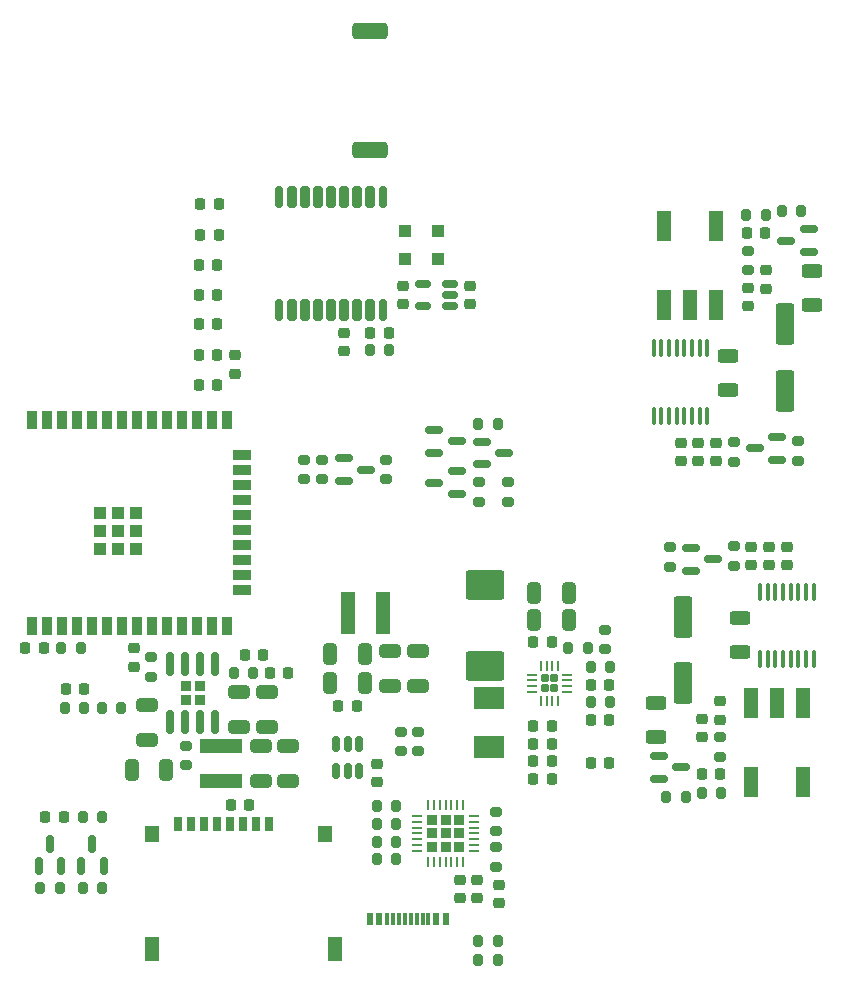
<source format=gtp>
%TF.GenerationSoftware,KiCad,Pcbnew,7.0.9*%
%TF.CreationDate,2024-01-04T13:11:27+01:00*%
%TF.ProjectId,OBSPro,4f425350-726f-42e6-9b69-6361645f7063,rev?*%
%TF.SameCoordinates,PX7270e00PY2255100*%
%TF.FileFunction,Paste,Top*%
%TF.FilePolarity,Positive*%
%FSLAX46Y46*%
G04 Gerber Fmt 4.6, Leading zero omitted, Abs format (unit mm)*
G04 Created by KiCad (PCBNEW 7.0.9) date 2024-01-04 13:11:27*
%MOMM*%
%LPD*%
G01*
G04 APERTURE LIST*
G04 Aperture macros list*
%AMRoundRect*
0 Rectangle with rounded corners*
0 $1 Rounding radius*
0 $2 $3 $4 $5 $6 $7 $8 $9 X,Y pos of 4 corners*
0 Add a 4 corners polygon primitive as box body*
4,1,4,$2,$3,$4,$5,$6,$7,$8,$9,$2,$3,0*
0 Add four circle primitives for the rounded corners*
1,1,$1+$1,$2,$3*
1,1,$1+$1,$4,$5*
1,1,$1+$1,$6,$7*
1,1,$1+$1,$8,$9*
0 Add four rect primitives between the rounded corners*
20,1,$1+$1,$2,$3,$4,$5,0*
20,1,$1+$1,$4,$5,$6,$7,0*
20,1,$1+$1,$6,$7,$8,$9,0*
20,1,$1+$1,$8,$9,$2,$3,0*%
G04 Aperture macros list end*
%ADD10RoundRect,0.218750X-0.218750X-0.256250X0.218750X-0.256250X0.218750X0.256250X-0.218750X0.256250X0*%
%ADD11RoundRect,0.225000X0.250000X-0.225000X0.250000X0.225000X-0.250000X0.225000X-0.250000X-0.225000X0*%
%ADD12R,3.600000X1.150000*%
%ADD13RoundRect,0.200000X-0.200000X-0.275000X0.200000X-0.275000X0.200000X0.275000X-0.200000X0.275000X0*%
%ADD14RoundRect,0.250000X-0.625000X0.312500X-0.625000X-0.312500X0.625000X-0.312500X0.625000X0.312500X0*%
%ADD15RoundRect,0.232500X-0.232500X0.232500X-0.232500X-0.232500X0.232500X-0.232500X0.232500X0.232500X0*%
%ADD16RoundRect,0.150000X-0.150000X0.825000X-0.150000X-0.825000X0.150000X-0.825000X0.150000X0.825000X0*%
%ADD17RoundRect,0.200000X0.200000X0.275000X-0.200000X0.275000X-0.200000X-0.275000X0.200000X-0.275000X0*%
%ADD18RoundRect,0.350000X1.150000X0.350000X-1.150000X0.350000X-1.150000X-0.350000X1.150000X-0.350000X0*%
%ADD19RoundRect,0.225000X-0.250000X0.225000X-0.250000X-0.225000X0.250000X-0.225000X0.250000X0.225000X0*%
%ADD20RoundRect,0.225000X-0.225000X-0.250000X0.225000X-0.250000X0.225000X0.250000X-0.225000X0.250000X0*%
%ADD21RoundRect,0.250000X-0.650000X0.325000X-0.650000X-0.325000X0.650000X-0.325000X0.650000X0.325000X0*%
%ADD22RoundRect,0.250000X0.650000X-0.325000X0.650000X0.325000X-0.650000X0.325000X-0.650000X-0.325000X0*%
%ADD23RoundRect,0.250000X0.625000X-0.312500X0.625000X0.312500X-0.625000X0.312500X-0.625000X-0.312500X0*%
%ADD24RoundRect,0.100000X0.100000X-0.637500X0.100000X0.637500X-0.100000X0.637500X-0.100000X-0.637500X0*%
%ADD25RoundRect,0.250000X-0.300000X-0.300000X0.300000X-0.300000X0.300000X0.300000X-0.300000X0.300000X0*%
%ADD26RoundRect,0.225000X0.225000X0.250000X-0.225000X0.250000X-0.225000X-0.250000X0.225000X-0.250000X0*%
%ADD27RoundRect,0.150000X-0.587500X-0.150000X0.587500X-0.150000X0.587500X0.150000X-0.587500X0.150000X0*%
%ADD28RoundRect,0.200000X0.275000X-0.200000X0.275000X0.200000X-0.275000X0.200000X-0.275000X-0.200000X0*%
%ADD29RoundRect,0.250000X0.300000X0.300000X-0.300000X0.300000X-0.300000X-0.300000X0.300000X-0.300000X0*%
%ADD30RoundRect,0.200000X-0.275000X0.200000X-0.275000X-0.200000X0.275000X-0.200000X0.275000X0.200000X0*%
%ADD31RoundRect,0.150000X0.587500X0.150000X-0.587500X0.150000X-0.587500X-0.150000X0.587500X-0.150000X0*%
%ADD32RoundRect,0.175000X0.175000X-0.725000X0.175000X0.725000X-0.175000X0.725000X-0.175000X-0.725000X0*%
%ADD33RoundRect,0.200000X0.200000X-0.700000X0.200000X0.700000X-0.200000X0.700000X-0.200000X-0.700000X0*%
%ADD34RoundRect,0.250000X-1.400000X-1.000000X1.400000X-1.000000X1.400000X1.000000X-1.400000X1.000000X0*%
%ADD35R,1.150000X3.600000*%
%ADD36RoundRect,0.150000X0.512500X0.150000X-0.512500X0.150000X-0.512500X-0.150000X0.512500X-0.150000X0*%
%ADD37R,0.600000X1.140000*%
%ADD38R,0.300000X1.140000*%
%ADD39RoundRect,0.218750X0.256250X-0.218750X0.256250X0.218750X-0.256250X0.218750X-0.256250X-0.218750X0*%
%ADD40RoundRect,0.250000X0.325000X0.650000X-0.325000X0.650000X-0.325000X-0.650000X0.325000X-0.650000X0*%
%ADD41RoundRect,0.170000X0.170000X-0.170000X0.170000X0.170000X-0.170000X0.170000X-0.170000X-0.170000X0*%
%ADD42RoundRect,0.062500X0.062500X-0.350000X0.062500X0.350000X-0.062500X0.350000X-0.062500X-0.350000X0*%
%ADD43RoundRect,0.062500X0.350000X-0.062500X0.350000X0.062500X-0.350000X0.062500X-0.350000X-0.062500X0*%
%ADD44RoundRect,0.150000X0.150000X-0.587500X0.150000X0.587500X-0.150000X0.587500X-0.150000X-0.587500X0*%
%ADD45RoundRect,0.250000X-0.325000X-0.650000X0.325000X-0.650000X0.325000X0.650000X-0.325000X0.650000X0*%
%ADD46R,1.200000X2.500000*%
%ADD47R,0.900000X1.500000*%
%ADD48R,1.500000X0.900000*%
%ADD49R,1.050000X1.050000*%
%ADD50RoundRect,0.150000X-0.150000X0.512500X-0.150000X-0.512500X0.150000X-0.512500X0.150000X0.512500X0*%
%ADD51R,2.500000X1.900000*%
%ADD52RoundRect,0.250000X-0.550000X1.500000X-0.550000X-1.500000X0.550000X-1.500000X0.550000X1.500000X0*%
%ADD53RoundRect,0.250000X0.550000X-1.500000X0.550000X1.500000X-0.550000X1.500000X-0.550000X-1.500000X0*%
%ADD54RoundRect,0.225000X0.225000X-0.225000X0.225000X0.225000X-0.225000X0.225000X-0.225000X-0.225000X0*%
%ADD55RoundRect,0.062500X0.062500X-0.337500X0.062500X0.337500X-0.062500X0.337500X-0.062500X-0.337500X0*%
%ADD56RoundRect,0.062500X0.337500X-0.062500X0.337500X0.062500X-0.337500X0.062500X-0.337500X-0.062500X0*%
%ADD57RoundRect,0.100000X-0.100000X0.637500X-0.100000X-0.637500X0.100000X-0.637500X0.100000X0.637500X0*%
%ADD58R,0.700000X1.300000*%
%ADD59R,1.200000X1.400000*%
%ADD60R,1.200000X2.000000*%
G04 APERTURE END LIST*
D10*
%TO.C,FB7*%
X15812500Y-16600000D03*
X17387500Y-16600000D03*
%TD*%
%TO.C,FB6*%
X15812500Y-19200000D03*
X17387500Y-19200000D03*
%TD*%
%TO.C,FB5*%
X15712500Y-21800000D03*
X17287500Y-21800000D03*
%TD*%
%TO.C,FB4*%
X15712500Y-24300000D03*
X17287500Y-24300000D03*
%TD*%
%TO.C,FB3*%
X15712500Y-26800000D03*
X17287500Y-26800000D03*
%TD*%
%TO.C,FB2*%
X15712500Y-29400000D03*
X17287500Y-29400000D03*
%TD*%
%TO.C,FB1*%
X17287500Y-31900000D03*
X15712500Y-31900000D03*
%TD*%
D11*
%TO.C,C49*%
X18800000Y-30975000D03*
X18800000Y-29425000D03*
%TD*%
D12*
%TO.C,L1*%
X17600000Y-62525000D03*
X17600000Y-65475000D03*
%TD*%
D13*
%TO.C,R2*%
X39375000Y-79000000D03*
X41025000Y-79000000D03*
%TD*%
D14*
%TO.C,R44*%
X60500000Y-29437500D03*
X60500000Y-32362500D03*
%TD*%
D15*
%TO.C,U1*%
X15775000Y-57425000D03*
X14625000Y-57425000D03*
X15775000Y-58575000D03*
X14625000Y-58575000D03*
D16*
X17105000Y-55525000D03*
X15835000Y-55525000D03*
X14565000Y-55525000D03*
X13295000Y-55525000D03*
X13295000Y-60475000D03*
X14565000Y-60475000D03*
X15835000Y-60475000D03*
X17105000Y-60475000D03*
%TD*%
D17*
%TO.C,R21*%
X3925000Y-74500000D03*
X2275000Y-74500000D03*
%TD*%
%TO.C,R40*%
X66724999Y-17200000D03*
X65074999Y-17200000D03*
%TD*%
D18*
%TO.C,AE1*%
X30200000Y-12000000D03*
X30200000Y-2000000D03*
%TD*%
D19*
%TO.C,C33*%
X28000000Y-27525000D03*
X28000000Y-29075000D03*
%TD*%
D13*
%TO.C,R38*%
X62074999Y-17500000D03*
X63724999Y-17500000D03*
%TD*%
D20*
%TO.C,C20*%
X44025000Y-60800000D03*
X45575000Y-60800000D03*
%TD*%
D13*
%TO.C,R11*%
X46975000Y-54200000D03*
X48625000Y-54200000D03*
%TD*%
D21*
%TO.C,C11*%
X34300000Y-54425000D03*
X34300000Y-57375000D03*
%TD*%
D22*
%TO.C,C7*%
X11300000Y-61975000D03*
X11300000Y-59025000D03*
%TD*%
D23*
%TO.C,R43*%
X61500000Y-54562500D03*
X61500000Y-51637500D03*
%TD*%
D24*
%TO.C,U8*%
X63225000Y-55162500D03*
X63875000Y-55162500D03*
X64525000Y-55162500D03*
X65175000Y-55162500D03*
X65825000Y-55162500D03*
X66475000Y-55162500D03*
X67125000Y-55162500D03*
X67775000Y-55162500D03*
X67775000Y-49437500D03*
X67125000Y-49437500D03*
X66475000Y-49437500D03*
X65825000Y-49437500D03*
X65175000Y-49437500D03*
X64525000Y-49437500D03*
X63875000Y-49437500D03*
X63225000Y-49437500D03*
%TD*%
D25*
%TO.C,D4*%
X33200000Y-21300000D03*
X36000000Y-21300000D03*
%TD*%
D26*
%TO.C,C30*%
X2575000Y-54220000D03*
X1025000Y-54220000D03*
%TD*%
D27*
%TO.C,Q4*%
X35662500Y-35750000D03*
X35662500Y-37650000D03*
X37537500Y-36700000D03*
%TD*%
D11*
%TO.C,C36*%
X62500000Y-47175000D03*
X62500000Y-45625000D03*
%TD*%
D20*
%TO.C,C17*%
X44025000Y-65300000D03*
X45575000Y-65300000D03*
%TD*%
D13*
%TO.C,R4*%
X18675000Y-56300000D03*
X20325000Y-56300000D03*
%TD*%
D19*
%TO.C,C27*%
X41100000Y-74225000D03*
X41100000Y-75775000D03*
%TD*%
D28*
%TO.C,R35*%
X55600000Y-47325000D03*
X55600000Y-45675000D03*
%TD*%
D29*
%TO.C,D5*%
X36000000Y-18900000D03*
X33200000Y-18900000D03*
%TD*%
D30*
%TO.C,R6*%
X11700000Y-54975000D03*
X11700000Y-56625000D03*
%TD*%
D19*
%TO.C,C29*%
X37800000Y-73825000D03*
X37800000Y-75375000D03*
%TD*%
D28*
%TO.C,R26*%
X31600000Y-39925000D03*
X31600000Y-38275000D03*
%TD*%
D31*
%TO.C,Q10*%
X64637500Y-38249999D03*
X64637500Y-36349999D03*
X62762500Y-37299999D03*
%TD*%
D32*
%TO.C,U7*%
X22500000Y-25550000D03*
D33*
X23600000Y-25550000D03*
X24700000Y-25550000D03*
X25800000Y-25550000D03*
X26900000Y-25550000D03*
X28000000Y-25550000D03*
X29100000Y-25550000D03*
X30200000Y-25550000D03*
D32*
X31300000Y-25550000D03*
X31300000Y-16050000D03*
D33*
X30200000Y-16050000D03*
X29100000Y-16050000D03*
X28000000Y-16050000D03*
X26900000Y-16050000D03*
X25800000Y-16050000D03*
X24700000Y-16050000D03*
X23600000Y-16050000D03*
D32*
X22500000Y-16050000D03*
%TD*%
D17*
%TO.C,R32*%
X59925000Y-66500000D03*
X58275000Y-66500000D03*
%TD*%
D34*
%TO.C,D3*%
X39900000Y-48900000D03*
X39900000Y-55700000D03*
%TD*%
D17*
%TO.C,R23*%
X9125000Y-59300000D03*
X7475000Y-59300000D03*
%TD*%
D31*
%TO.C,Q6*%
X37537500Y-41150000D03*
X37537500Y-39250000D03*
X35662500Y-40200000D03*
%TD*%
D11*
%TO.C,C45*%
X63699999Y-23775000D03*
X63699999Y-22225000D03*
%TD*%
D19*
%TO.C,C41*%
X58000000Y-36825000D03*
X58000000Y-38375000D03*
%TD*%
D13*
%TO.C,R22*%
X5875000Y-74500000D03*
X7525000Y-74500000D03*
%TD*%
D11*
%TO.C,C40*%
X59800000Y-60275000D03*
X59800000Y-58725000D03*
%TD*%
D13*
%TO.C,R9*%
X30175000Y-29000000D03*
X31825000Y-29000000D03*
%TD*%
D20*
%TO.C,C18*%
X44025000Y-63800000D03*
X45575000Y-63800000D03*
%TD*%
D35*
%TO.C,L2*%
X28325000Y-51200000D03*
X31275000Y-51200000D03*
%TD*%
D13*
%TO.C,R3*%
X39375000Y-80600000D03*
X41025000Y-80600000D03*
%TD*%
D11*
%TO.C,C37*%
X65500000Y-47175000D03*
X65500000Y-45625000D03*
%TD*%
D36*
%TO.C,U3*%
X36937500Y-25250000D03*
X36937500Y-24300000D03*
X36937500Y-23350000D03*
X34662500Y-23350000D03*
X34662500Y-25250000D03*
%TD*%
D23*
%TO.C,R31*%
X54400000Y-61762500D03*
X54400000Y-58837500D03*
%TD*%
D30*
%TO.C,R10*%
X50100000Y-52675000D03*
X50100000Y-54325000D03*
%TD*%
D13*
%TO.C,R14*%
X4075000Y-54220000D03*
X5725000Y-54220000D03*
%TD*%
D37*
%TO.C,J1*%
X30200000Y-77127500D03*
X31000000Y-77127500D03*
D38*
X32150000Y-77127500D03*
X33150000Y-77127500D03*
X33650000Y-77127500D03*
X34650000Y-77127500D03*
D37*
X36600000Y-77127500D03*
X35800000Y-77127500D03*
D38*
X35150000Y-77127500D03*
X34150000Y-77127500D03*
X32650000Y-77127500D03*
X31650000Y-77127500D03*
%TD*%
D19*
%TO.C,C38*%
X58300000Y-60225000D03*
X58300000Y-61775000D03*
%TD*%
D39*
%TO.C,D1*%
X10200000Y-55787500D03*
X10200000Y-54212500D03*
%TD*%
D20*
%TO.C,C25*%
X48925000Y-60300000D03*
X50475000Y-60300000D03*
%TD*%
D19*
%TO.C,C47*%
X62199999Y-23725000D03*
X62199999Y-25275000D03*
%TD*%
D27*
%TO.C,Q5*%
X27962500Y-38150000D03*
X27962500Y-40050000D03*
X29837500Y-39100000D03*
%TD*%
D30*
%TO.C,R29*%
X24600000Y-38275000D03*
X24600000Y-39925000D03*
%TD*%
D27*
%TO.C,Q8*%
X57362500Y-45750000D03*
X57362500Y-47650000D03*
X59237500Y-46700000D03*
%TD*%
D20*
%TO.C,C5*%
X19625000Y-54800000D03*
X21175000Y-54800000D03*
%TD*%
D19*
%TO.C,C28*%
X39300000Y-73825000D03*
X39300000Y-75375000D03*
%TD*%
D27*
%TO.C,Q3*%
X39662500Y-36750000D03*
X39662500Y-38650000D03*
X41537500Y-37700000D03*
%TD*%
D20*
%TO.C,C31*%
X18425000Y-67500000D03*
X19975000Y-67500000D03*
%TD*%
D19*
%TO.C,C43*%
X59500000Y-36825000D03*
X59500000Y-38375000D03*
%TD*%
D30*
%TO.C,R30*%
X39400000Y-40175000D03*
X39400000Y-41825000D03*
%TD*%
D19*
%TO.C,C44*%
X56500000Y-36825000D03*
X56500000Y-38375000D03*
%TD*%
D40*
%TO.C,C8*%
X12970000Y-64500000D03*
X10020000Y-64500000D03*
%TD*%
D20*
%TO.C,C6*%
X21700000Y-56300000D03*
X23250000Y-56300000D03*
%TD*%
D17*
%TO.C,R18*%
X32425000Y-67600000D03*
X30775000Y-67600000D03*
%TD*%
D22*
%TO.C,C3*%
X21500000Y-60875000D03*
X21500000Y-57925000D03*
%TD*%
D20*
%TO.C,C42*%
X62124999Y-19100000D03*
X63674999Y-19100000D03*
%TD*%
D30*
%TO.C,R7*%
X34300000Y-61275000D03*
X34300000Y-62925000D03*
%TD*%
D41*
%TO.C,U4*%
X44980000Y-57620000D03*
X45820000Y-57620000D03*
X44980000Y-56780000D03*
X45820000Y-56780000D03*
D42*
X44650000Y-58662500D03*
X45150000Y-58662500D03*
X45650000Y-58662500D03*
X46150000Y-58662500D03*
D43*
X46862500Y-57950000D03*
X46862500Y-57450000D03*
X46862500Y-56950000D03*
X46862500Y-56450000D03*
D42*
X46150000Y-55737500D03*
X45650000Y-55737500D03*
X45150000Y-55737500D03*
X44650000Y-55737500D03*
D43*
X43937500Y-56450000D03*
X43937500Y-56950000D03*
X43937500Y-57450000D03*
X43937500Y-57950000D03*
%TD*%
D17*
%TO.C,R1*%
X7525000Y-68500000D03*
X5875000Y-68500000D03*
%TD*%
D44*
%TO.C,Q2*%
X5750000Y-72637500D03*
X7650000Y-72637500D03*
X6700000Y-70762500D03*
%TD*%
D28*
%TO.C,R39*%
X62199999Y-22225000D03*
X62199999Y-20575000D03*
%TD*%
D17*
%TO.C,R19*%
X32425000Y-72100000D03*
X30775000Y-72100000D03*
%TD*%
D30*
%TO.C,R42*%
X61000000Y-36774999D03*
X61000000Y-38424999D03*
%TD*%
D45*
%TO.C,C23*%
X44125000Y-49500000D03*
X47075000Y-49500000D03*
%TD*%
D20*
%TO.C,C26*%
X48925000Y-57300000D03*
X50475000Y-57300000D03*
%TD*%
D46*
%TO.C,T2*%
X55100000Y-25150000D03*
X57300000Y-25150000D03*
X59500000Y-25150000D03*
X59500000Y-18450000D03*
X55100000Y-18450000D03*
%TD*%
D11*
%TO.C,C34*%
X64000000Y-47175000D03*
X64000000Y-45625000D03*
%TD*%
D20*
%TO.C,C19*%
X44025000Y-62300000D03*
X45575000Y-62300000D03*
%TD*%
D28*
%TO.C,R15*%
X40900000Y-72725000D03*
X40900000Y-71075000D03*
%TD*%
D21*
%TO.C,C4*%
X23300000Y-62525000D03*
X23300000Y-65475000D03*
%TD*%
D47*
%TO.C,U6*%
X1565000Y-52370000D03*
X2835000Y-52370000D03*
X4105000Y-52370000D03*
X5375000Y-52370000D03*
X6645000Y-52370000D03*
X7915000Y-52370000D03*
X9185000Y-52370000D03*
X10455000Y-52370000D03*
X11725000Y-52370000D03*
X12995000Y-52370000D03*
X14265000Y-52370000D03*
X15535000Y-52370000D03*
X16805000Y-52370000D03*
X18075000Y-52370000D03*
D48*
X19325000Y-49330000D03*
X19325000Y-48060000D03*
X19325000Y-46790000D03*
X19325000Y-45520000D03*
X19325000Y-44250000D03*
X19325000Y-42980000D03*
X19325000Y-41710000D03*
X19325000Y-40440000D03*
X19325000Y-39170000D03*
X19325000Y-37900000D03*
D47*
X18075000Y-34870000D03*
X16805000Y-34870000D03*
X15535000Y-34870000D03*
X14265000Y-34870000D03*
X12995000Y-34870000D03*
X11725000Y-34870000D03*
X10455000Y-34870000D03*
X9185000Y-34870000D03*
X7915000Y-34870000D03*
X6645000Y-34870000D03*
X5375000Y-34870000D03*
X4105000Y-34870000D03*
X2835000Y-34870000D03*
X1565000Y-34870000D03*
D49*
X7380000Y-45825000D03*
X8905000Y-45825000D03*
X10430000Y-45825000D03*
X7380000Y-44300000D03*
X8905000Y-44300000D03*
X10430000Y-44300000D03*
X7380000Y-42775000D03*
X8905000Y-42775000D03*
X10430000Y-42775000D03*
%TD*%
D26*
%TO.C,C48*%
X5975000Y-57700000D03*
X4425000Y-57700000D03*
%TD*%
D22*
%TO.C,C1*%
X19100000Y-60875000D03*
X19100000Y-57925000D03*
%TD*%
D17*
%TO.C,R12*%
X50525000Y-58800000D03*
X48875000Y-58800000D03*
%TD*%
D20*
%TO.C,C32*%
X30225000Y-27500000D03*
X31775000Y-27500000D03*
%TD*%
D21*
%TO.C,C2*%
X21000000Y-62525000D03*
X21000000Y-65475000D03*
%TD*%
%TO.C,C10*%
X31900000Y-54425000D03*
X31900000Y-57375000D03*
%TD*%
D50*
%TO.C,U2*%
X29250000Y-62362500D03*
X28300000Y-62362500D03*
X27350000Y-62362500D03*
X27350000Y-64637500D03*
X28300000Y-64637500D03*
X29250000Y-64637500D03*
%TD*%
D45*
%TO.C,C13*%
X26825000Y-57130000D03*
X29775000Y-57130000D03*
%TD*%
D14*
%TO.C,R37*%
X67599999Y-22237500D03*
X67599999Y-25162500D03*
%TD*%
D11*
%TO.C,C15*%
X38700000Y-25075000D03*
X38700000Y-23525000D03*
%TD*%
D51*
%TO.C,L3*%
X40300000Y-62550000D03*
X40300000Y-58450000D03*
%TD*%
D44*
%TO.C,Q1*%
X2150000Y-72637500D03*
X4050000Y-72637500D03*
X3100000Y-70762500D03*
%TD*%
D52*
%TO.C,C46*%
X65300000Y-26800000D03*
X65300000Y-32400000D03*
%TD*%
D10*
%TO.C,D2*%
X2712500Y-68500000D03*
X4287500Y-68500000D03*
%TD*%
D20*
%TO.C,C21*%
X44025000Y-53700000D03*
X45575000Y-53700000D03*
%TD*%
D17*
%TO.C,R16*%
X32425000Y-70600000D03*
X30775000Y-70600000D03*
%TD*%
D28*
%TO.C,R36*%
X61000000Y-47225000D03*
X61000000Y-45575000D03*
%TD*%
D30*
%TO.C,R41*%
X66400000Y-36674999D03*
X66400000Y-38324999D03*
%TD*%
D20*
%TO.C,C14*%
X27525000Y-59100000D03*
X29075000Y-59100000D03*
%TD*%
D19*
%TO.C,C16*%
X33000000Y-23525000D03*
X33000000Y-25075000D03*
%TD*%
D53*
%TO.C,C39*%
X56700000Y-57200000D03*
X56700000Y-51600000D03*
%TD*%
D13*
%TO.C,R34*%
X55275000Y-66800000D03*
X56925000Y-66800000D03*
%TD*%
D17*
%TO.C,R24*%
X6025000Y-59300000D03*
X4375000Y-59300000D03*
%TD*%
D28*
%TO.C,R20*%
X40900000Y-69725000D03*
X40900000Y-68075000D03*
%TD*%
D19*
%TO.C,C9*%
X30800000Y-64025000D03*
X30800000Y-65575000D03*
%TD*%
D31*
%TO.C,Q9*%
X67337499Y-20650000D03*
X67337499Y-18750000D03*
X65462499Y-19700000D03*
%TD*%
D28*
%TO.C,R5*%
X14600000Y-64125000D03*
X14600000Y-62475000D03*
%TD*%
D13*
%TO.C,R28*%
X39375000Y-35200000D03*
X41025000Y-35200000D03*
%TD*%
D30*
%TO.C,R33*%
X59800000Y-61775000D03*
X59800000Y-63425000D03*
%TD*%
D27*
%TO.C,Q7*%
X54662500Y-63350000D03*
X54662500Y-65250000D03*
X56537500Y-64300000D03*
%TD*%
D45*
%TO.C,C12*%
X26825000Y-54730000D03*
X29775000Y-54730000D03*
%TD*%
D13*
%TO.C,R13*%
X48875000Y-55800000D03*
X50525000Y-55800000D03*
%TD*%
D54*
%TO.C,U5*%
X35480000Y-71020000D03*
X36600000Y-71020000D03*
X37720000Y-71020000D03*
X35480000Y-69900000D03*
X36600000Y-69900000D03*
X37720000Y-69900000D03*
X35480000Y-68780000D03*
X36600000Y-68780000D03*
X37720000Y-68780000D03*
D55*
X35100000Y-72350000D03*
X35600000Y-72350000D03*
X36100000Y-72350000D03*
X36600000Y-72350000D03*
X37100000Y-72350000D03*
X37600000Y-72350000D03*
X38100000Y-72350000D03*
D56*
X39050000Y-71400000D03*
X39050000Y-70900000D03*
X39050000Y-70400000D03*
X39050000Y-69900000D03*
X39050000Y-69400000D03*
X39050000Y-68900000D03*
X39050000Y-68400000D03*
D55*
X38100000Y-67450000D03*
X37600000Y-67450000D03*
X37100000Y-67450000D03*
X36600000Y-67450000D03*
X36100000Y-67450000D03*
X35600000Y-67450000D03*
X35100000Y-67450000D03*
D56*
X34150000Y-68400000D03*
X34150000Y-68900000D03*
X34150000Y-69400000D03*
X34150000Y-69900000D03*
X34150000Y-70400000D03*
X34150000Y-70900000D03*
X34150000Y-71400000D03*
%TD*%
D28*
%TO.C,R27*%
X26100000Y-39925000D03*
X26100000Y-38275000D03*
%TD*%
D45*
%TO.C,C22*%
X44125000Y-51800000D03*
X47075000Y-51800000D03*
%TD*%
D17*
%TO.C,R17*%
X32425000Y-69100000D03*
X30775000Y-69100000D03*
%TD*%
D57*
%TO.C,U9*%
X58775000Y-28837500D03*
X58125000Y-28837500D03*
X57475000Y-28837500D03*
X56825000Y-28837500D03*
X56175000Y-28837500D03*
X55525000Y-28837500D03*
X54875000Y-28837500D03*
X54225000Y-28837500D03*
X54225000Y-34562500D03*
X54875000Y-34562500D03*
X55525000Y-34562500D03*
X56175000Y-34562500D03*
X56825000Y-34562500D03*
X57475000Y-34562500D03*
X58125000Y-34562500D03*
X58775000Y-34562500D03*
%TD*%
D28*
%TO.C,R8*%
X32800000Y-62925000D03*
X32800000Y-61275000D03*
%TD*%
%TO.C,R25*%
X41900000Y-41825000D03*
X41900000Y-40175000D03*
%TD*%
D20*
%TO.C,C24*%
X48925000Y-63900000D03*
X50475000Y-63900000D03*
%TD*%
D58*
%TO.C,J4*%
X21650000Y-69137491D03*
X20550000Y-69137491D03*
X19450000Y-69137491D03*
X18350000Y-69137491D03*
X17250000Y-69137491D03*
X16150000Y-69137491D03*
X15050000Y-69137491D03*
X13950000Y-69137491D03*
D59*
X11750000Y-69987491D03*
D60*
X11750000Y-79687491D03*
D59*
X26430000Y-69987491D03*
D60*
X27270000Y-79687491D03*
%TD*%
D26*
%TO.C,C35*%
X59875000Y-64900000D03*
X58325000Y-64900000D03*
%TD*%
D46*
%TO.C,T1*%
X66899999Y-58850000D03*
X64699999Y-58850000D03*
X62499999Y-58850000D03*
X62499999Y-65550000D03*
X66899999Y-65550000D03*
%TD*%
M02*

</source>
